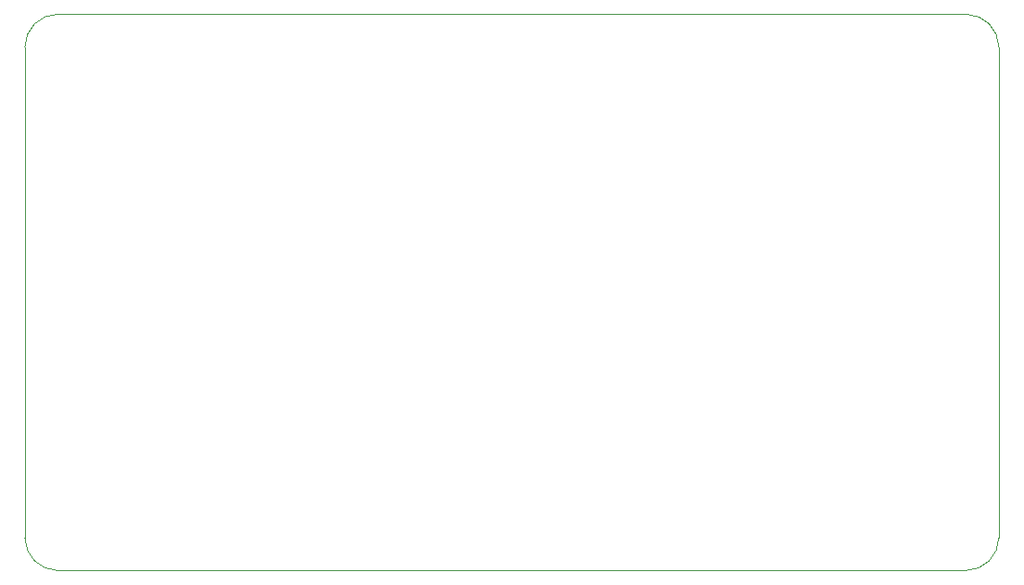
<source format=gm1>
%TF.GenerationSoftware,KiCad,Pcbnew,4.0.7*%
%TF.CreationDate,2018-03-04T17:21:21-05:00*%
%TF.ProjectId,BusinessCard,427573696E657373436172642E6B6963,rev?*%
%TF.FileFunction,Profile,NP*%
%FSLAX46Y46*%
G04 Gerber Fmt 4.6, Leading zero omitted, Abs format (unit mm)*
G04 Created by KiCad (PCBNEW 4.0.7) date Sunday, March 04, 2018 'PMt' 05:21:21 PM*
%MOMM*%
%LPD*%
G01*
G04 APERTURE LIST*
%ADD10C,0.100000*%
G04 APERTURE END LIST*
D10*
X105100000Y-74300000D02*
X105100000Y-119100000D01*
X191000000Y-71300000D02*
X108100000Y-71300000D01*
X194000000Y-119100000D02*
X194000000Y-74300000D01*
X108100000Y-122100000D02*
X191000000Y-122100000D01*
X105100000Y-119100000D02*
G75*
G03X108100000Y-122100000I3000000J0D01*
G01*
X108100000Y-71300000D02*
G75*
G03X105100000Y-74300000I0J-3000000D01*
G01*
X191000000Y-122100000D02*
G75*
G03X194000000Y-119100000I0J3000000D01*
G01*
X194000000Y-74300000D02*
G75*
G03X191000000Y-71300000I-3000000J0D01*
G01*
M02*

</source>
